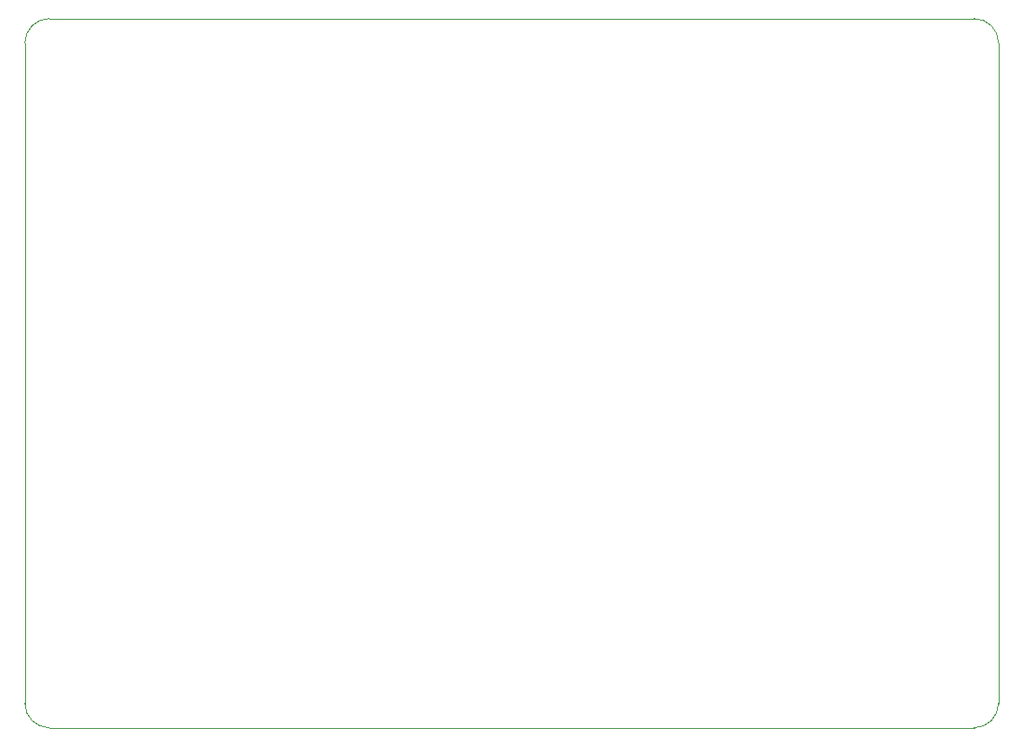
<source format=gbr>
%TF.GenerationSoftware,KiCad,Pcbnew,(7.0.0)*%
%TF.CreationDate,2023-04-01T00:08:36+13:00*%
%TF.ProjectId,pico_expansion_board,7069636f-5f65-4787-9061-6e73696f6e5f,rev?*%
%TF.SameCoordinates,Original*%
%TF.FileFunction,Profile,NP*%
%FSLAX46Y46*%
G04 Gerber Fmt 4.6, Leading zero omitted, Abs format (unit mm)*
G04 Created by KiCad (PCBNEW (7.0.0)) date 2023-04-01 00:08:36*
%MOMM*%
%LPD*%
G01*
G04 APERTURE LIST*
%TA.AperFunction,Profile*%
%ADD10C,0.100000*%
%TD*%
G04 APERTURE END LIST*
D10*
X159512000Y-140970000D02*
G75*
G03*
X161798000Y-138684000I0J2286000D01*
G01*
X161798000Y-76454000D02*
X161798000Y-138684000D01*
X72390000Y-74168000D02*
G75*
G03*
X70104000Y-76454000I0J-2286000D01*
G01*
X159512000Y-140970000D02*
X72390000Y-140970000D01*
X161798000Y-76454000D02*
G75*
G03*
X159512000Y-74168000I-2286000J0D01*
G01*
X70104000Y-138684000D02*
G75*
G03*
X72390000Y-140970000I2286000J0D01*
G01*
X72390000Y-74168000D02*
X159512000Y-74168000D01*
X70104000Y-138684000D02*
X70104000Y-76454000D01*
M02*

</source>
